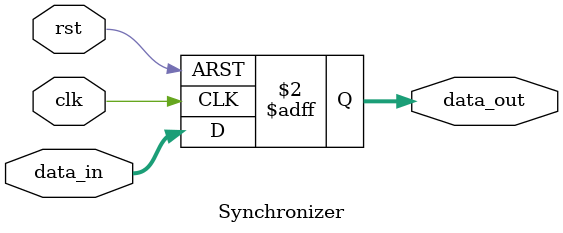
<source format=sv>
module Synchronizer #(parameter N = 8)(
    input [N-1:0] data_in,
    output reg [N-1:0] data_out,
    input clk,
    input rst
);

    always @(posedge clk or posedge rst) begin
        if (rst) begin
            data_out <= '0;
        end else begin
            data_out <= data_in;
        end
    end

endmodule

</source>
